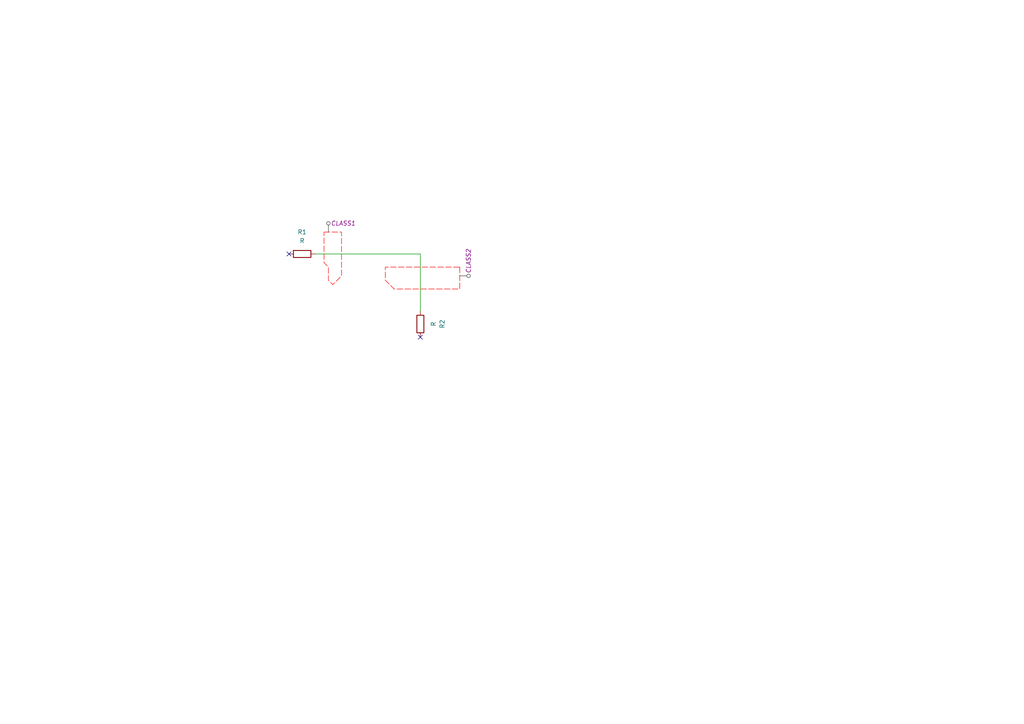
<source format=kicad_sch>
(kicad_sch (version 20240417) (generator "eeschema") (generator_version "8.99")
  (paper "A4")
  (lib_symbols
    (symbol "Device:R" (pin_numbers hide) (pin_names (offset 0))
      (property "Reference" "R" (at 2.032 0 90))
      (property "Value" "R" (at 0 0 90))
      (symbol "R_0_1"
        (rectangle (start -1.016 -2.54) (end 1.016 2.54) (stroke (width 0.254)))
      )
      (symbol "R_1_1"
        (pin passive line (at 0 3.81 270) (length 1.27) (name "~") (number "1"))
        (pin passive line (at 0 -3.81 90) (length 1.27) (name "~") (number "2"))
      )
    )
  )
  (no_connect (at 121.92 97.79))
  (no_connect (at 83.82 73.66))
  (wire (pts (xy 91.44 73.66) (xy 121.92 73.66)))
  (wire (pts (xy 121.92 90.17) (xy 121.92 73.66)))
  (rule_area (polyline (pts (xy 93.98 67.31) (xy 99.06 67.31) (xy 99.06 80.01) (xy 96.52 82.55) (xy 95.25 81.28) (xy 95.25 77.47) (xy 93.98 76.2)) (stroke (width 0) (type dash))))
  (rule_area (polyline (pts (xy 133.35 77.47) (xy 133.35 83.82) (xy 114.3 83.82) (xy 111.76 81.28) (xy 111.76 77.47)) (stroke (width 0) (type dash))))
  (netclass_flag "" (length 2.54) (shape round) (at 95.25 67.31 0) (property "Netclass" "CLASS1" (at 95.9485 64.77 0) (effects (font (italic yes)) (justify left))))
  (netclass_flag "" (length 2.54) (shape round) (at 133.35 80.01 270) (property "Netclass" "CLASS2" (at 135.89 79.3115 90) (effects (font (italic yes)) (justify left))))
  (symbol (lib_id "Device:R") (at 121.92 93.98 180) (unit 1)
    (property "Reference" "R2" (at 128.27 93.98 90))
    (property "Value" "R" (at 125.73 93.98 90))
    (property "Description" "Resistor" (effects (hide yes)))
  )
  (symbol (lib_id "Device:R") (at 87.63 73.66 270) (unit 1)
    (property "Reference" "R1" (at 87.63 67.31 90))
    (property "Value" "R" (at 87.63 69.85 90))
    (property "Description" "Resistor" (effects (hide yes)))
  )
)
</source>
